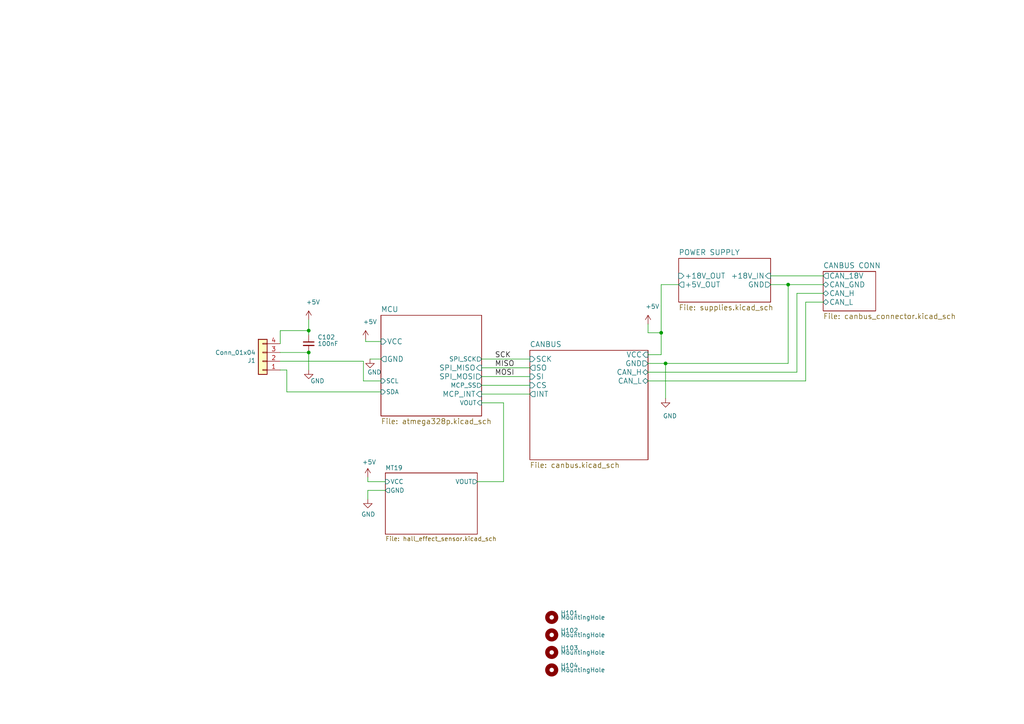
<source format=kicad_sch>
(kicad_sch (version 20231120) (generator "eeschema") (generator_version "8.0")
  (paper "A4")
  (lib_symbols
    (symbol "Connector_Generic:Conn_01x04" (pin_names (offset 1.016) hide)
      (property "Reference" "J" (at 0 5.08 0))
      (property "Value" "Conn_01x04" (at 0 -7.62 0))
      (symbol "Conn_01x04_1_1"
        (rectangle (start -1.27 -4.953) (end 0 -5.207) (stroke (width 0.1524)))
        (rectangle (start -1.27 -2.413) (end 0 -2.667) (stroke (width 0.1524)))
        (rectangle (start -1.27 0.127) (end 0 -0.127) (stroke (width 0.1524)))
        (rectangle (start -1.27 2.667) (end 0 2.413) (stroke (width 0.1524)))
        (rectangle (start -1.27 3.81) (end 1.27 -6.35) (stroke (width 0.254)) (fill (type background)))
        (pin passive line (at -5.08 2.54 0) (length 3.81) (name "Pin_1") (number "1"))
        (pin passive line (at -5.08 0 0) (length 3.81) (name "Pin_2") (number "2"))
        (pin passive line (at -5.08 -2.54 0) (length 3.81) (name "Pin_3") (number "3"))
        (pin passive line (at -5.08 -5.08 0) (length 3.81) (name "Pin_4") (number "4"))
      )
    )
    (symbol "Device:C_Small" (pin_numbers hide) (pin_names (offset 0.254) hide)
      (property "Reference" "C" (at 0.254 1.778 0))
      (property "Value" "C_Small" (at 0.254 -2.032 0))
      (symbol "C_Small_0_1"
        (polyline (pts (xy -1.524 -0.508) (xy 1.524 -0.508)) (stroke (width 0.3302)))
        (polyline (pts (xy -1.524 0.508) (xy 1.524 0.508)) (stroke (width 0.3048)))
      )
      (symbol "C_Small_1_1"
        (pin passive line (at 0 2.54 270) (length 2.032) (name "~") (number "1"))
        (pin passive line (at 0 -2.54 90) (length 2.032) (name "~") (number "2"))
      )
    )
    (symbol "basicsensormodule-rescue:+5V-power" (power) (pin_names (offset 0))
      (property "Value" "power_+5V" (at 0 3.556 0))
      (symbol "+5V-power_0_1"
        (polyline (pts (xy -0.762 1.27) (xy 0 2.54)))
        (polyline (pts (xy 0 0) (xy 0 2.54)))
        (polyline (pts (xy 0 2.54) (xy 0.762 1.27)))
      )
      (symbol "+5V-power_1_1"
        (pin power_in line (at 0 0 90) (length 0) hide (name "+5V") (number "1"))
      )
    )
    (symbol "basicsensormodule-rescue:GND-power" (power) (pin_names (offset 0))
      (property "Value" "power_GND" (at 0 -3.81 0))
      (symbol "GND-power_0_1"
        (polyline (pts (xy 0 0) (xy 0 -1.27) (xy 1.27 -1.27) (xy 0 -2.54) (xy -1.27 -1.27) (xy 0 -1.27)))
      )
      (symbol "GND-power_1_1"
        (pin power_in line (at 0 0 270) (length 0) hide (name "GND") (number "1"))
      )
    )
    (symbol "basicsensormodule-rescue:MountingHole-Mechanical" (pin_names (offset 1.016))
      (property "Reference" "H" (at 0 5.08 0))
      (property "Value" "MountingHole-Mechanical" (at 0 3.175 0))
      (symbol "MountingHole-Mechanical_0_1"
        (circle (center 0 0) (radius 1.27) (stroke (width 1.27)))
      )
    )
  )
  (junction (at 193.04 105.41))
  (junction (at 89.535 102.235))
  (junction (at 191.77 96.52))
  (junction (at 89.535 95.885))
  (junction (at 228.6 82.55))
  (wire (pts (xy 187.96 110.49) (xy 233.68 110.49)))
  (wire (pts (xy 111.76 142.24) (xy 106.68 142.24)))
  (wire (pts (xy 231.14 107.95) (xy 187.96 107.95)))
  (wire (pts (xy 107.315 104.14) (xy 110.49 104.14)))
  (wire (pts (xy 153.67 111.76) (xy 139.7 111.76)))
  (wire (pts (xy 238.76 85.09) (xy 231.14 85.09)))
  (wire (pts (xy 193.04 105.41) (xy 193.04 115.57)))
  (wire (pts (xy 89.535 95.885) (xy 89.535 97.155)))
  (wire (pts (xy 146.05 139.7) (xy 138.43 139.7)))
  (wire (pts (xy 83.185 107.315) (xy 81.28 107.315)))
  (wire (pts (xy 228.6 82.55) (xy 228.6 105.41)))
  (wire (pts (xy 228.6 82.55) (xy 238.76 82.55)))
  (wire (pts (xy 139.7 109.22) (xy 153.67 109.22)))
  (wire (pts (xy 83.185 113.665) (xy 110.49 113.665)))
  (wire (pts (xy 83.185 113.665) (xy 83.185 107.315)))
  (wire (pts (xy 81.28 95.885) (xy 81.28 99.695)))
  (wire (pts (xy 153.67 114.3) (xy 139.7 114.3)))
  (wire (pts (xy 233.68 87.63) (xy 238.76 87.63)))
  (wire (pts (xy 81.28 95.885) (xy 89.535 95.885)))
  (wire (pts (xy 81.28 104.775) (xy 105.41 104.775)))
  (wire (pts (xy 187.96 93.98) (xy 187.96 96.52)))
  (wire (pts (xy 105.41 104.775) (xy 105.41 110.49)))
  (wire (pts (xy 153.67 104.14) (xy 139.7 104.14)))
  (wire (pts (xy 110.49 99.06) (xy 106.045 99.06)))
  (wire (pts (xy 191.77 102.87) (xy 187.96 102.87)))
  (wire (pts (xy 193.04 105.41) (xy 187.96 105.41)))
  (wire (pts (xy 228.6 105.41) (xy 193.04 105.41)))
  (wire (pts (xy 187.96 96.52) (xy 191.77 96.52)))
  (wire (pts (xy 191.77 96.52) (xy 191.77 102.87)))
  (wire (pts (xy 153.67 106.68) (xy 139.7 106.68)))
  (wire (pts (xy 106.68 139.7) (xy 106.68 138.43)))
  (wire (pts (xy 111.76 139.7) (xy 106.68 139.7)))
  (wire (pts (xy 146.05 116.84) (xy 146.05 139.7)))
  (wire (pts (xy 223.52 82.55) (xy 228.6 82.55)))
  (wire (pts (xy 196.85 82.55) (xy 191.77 82.55)))
  (wire (pts (xy 238.76 80.01) (xy 223.52 80.01)))
  (wire (pts (xy 231.14 85.09) (xy 231.14 107.95)))
  (wire (pts (xy 106.68 142.24) (xy 106.68 144.78)))
  (wire (pts (xy 81.28 102.235) (xy 89.535 102.235)))
  (wire (pts (xy 139.7 116.84) (xy 146.05 116.84)))
  (wire (pts (xy 89.535 107.315) (xy 89.535 102.235)))
  (wire (pts (xy 106.045 99.06) (xy 106.045 98.425)))
  (wire (pts (xy 105.41 110.49) (xy 110.49 110.49)))
  (wire (pts (xy 89.535 92.71) (xy 89.535 95.885)))
  (wire (pts (xy 233.68 110.49) (xy 233.68 87.63)))
  (wire (pts (xy 191.77 82.55) (xy 191.77 96.52)))
  (label "MOSI" (at 143.51 109.22 0) (effects (font (size 1.524 1.524))))
  (label "SCK" (at 143.51 104.14 0) (effects (font (size 1.524 1.524))))
  (label "MISO" (at 143.51 106.68 0) (effects (font (size 1.524 1.524))))
  (symbol (lib_id "Device:C_Small") (at 89.535 99.695 0) (unit 1)
    (property "Reference" "C102" (at 92.075 97.79 0) (effects (justify left)))
    (property "Value" "100nF" (at 92.075 99.695 0) (effects (justify left)))
    (property "Footprint" "Capacitor_SMD:C_0805_2012Metric_Pad1.15x1.40mm_HandSolder" (effects (hide yes)))
  )
  (symbol (lib_id "basicsensormodule-rescue:GND-power") (at 89.535 107.315 0) (unit 1)
    (property "Reference" "#PWR0101" (effects (hide yes)))
    (property "Value" "GND" (at 92.075 110.49 0))
  )
  (symbol (lib_id "basicsensormodule-rescue:GND-power") (at 193.04 115.57 0) (unit 1)
    (property "Reference" "#PWR0103" (effects (hide yes)))
    (property "Value" "GND" (at 194.31 120.65 0))
  )
  (symbol (lib_id "basicsensormodule-rescue:+5V-power") (at 89.535 92.71 0) (unit 1)
    (property "Reference" "#PWR0104" (effects (hide yes)))
    (property "Value" "+5V" (at 90.805 87.63 0))
  )
  (symbol (lib_id "basicsensormodule-rescue:+5V-power") (at 187.96 93.98 0) (unit 1)
    (property "Reference" "#PWR0105" (effects (hide yes)))
    (property "Value" "+5V" (at 189.23 88.9 0))
  )
  (symbol (lib_id "basicsensormodule-rescue:MountingHole-Mechanical") (at 160.02 194.31 0) (unit 1)
    (property "Reference" "H104" (at 162.56 193.04 0) (effects (justify left)))
    (property "Value" "MountingHole" (at 162.56 194.31 0) (effects (justify left)))
    (property "Footprint" "MountingHole:MountingHole_3.2mm_M3" (effects (hide yes)))
  )
  (symbol (lib_id "basicsensormodule-rescue:MountingHole-Mechanical") (at 160.02 189.23 0) (unit 1)
    (property "Reference" "H103" (at 162.56 187.96 0) (effects (justify left)))
    (property "Value" "MountingHole" (at 162.56 189.23 0) (effects (justify left)))
    (property "Footprint" "MountingHole:MountingHole_3.2mm_M3" (effects (hide yes)))
  )
  (symbol (lib_id "basicsensormodule-rescue:MountingHole-Mechanical") (at 160.02 184.15 0) (unit 1)
    (property "Reference" "H102" (at 162.56 182.88 0) (effects (justify left)))
    (property "Value" "MountingHole" (at 162.56 184.15 0) (effects (justify left)))
    (property "Footprint" "MountingHole:MountingHole_3.2mm_M3" (effects (hide yes)))
  )
  (symbol (lib_id "basicsensormodule-rescue:MountingHole-Mechanical") (at 160.02 179.07 0) (unit 1)
    (property "Reference" "H101" (at 162.56 177.8 0) (effects (justify left)))
    (property "Value" "MountingHole" (at 162.56 179.07 0) (effects (justify left)))
    (property "Footprint" "MountingHole:MountingHole_3.2mm_M3" (effects (hide yes)))
  )
  (symbol (lib_id "basicsensormodule-rescue:+5V-power") (at 106.045 98.425 0) (unit 1)
    (property "Reference" "#PWR0102" (effects (hide yes)))
    (property "Value" "+5V" (at 107.315 93.345 0))
  )
  (symbol (lib_id "basicsensormodule-rescue:GND-power") (at 107.315 104.14 0) (unit 1)
    (property "Reference" "#PWR0106" (effects (hide yes)))
    (property "Value" "GND" (at 108.585 107.95 0))
  )
  (symbol (lib_id "Connector_Generic:Conn_01x04") (at 76.2 104.775 180) (unit 1)
    (property "Reference" "J1" (at 74.168 104.5718 0) (effects (justify left)))
    (property "Value" "Conn_01x04" (at 74.168 102.2604 0) (effects (justify left)))
    (property "Footprint" "Connector_PinHeader_2.54mm:PinHeader_1x04_P2.54mm_Vertical" (effects (hide yes)))
  )
  (symbol (lib_id "basicsensormodule-rescue:GND-power") (at 106.68 144.78 0) (unit 1)
    (property "Reference" "#PWR0108" (effects (hide yes)))
    (property "Value" "GND" (at 106.807 149.1742 0))
  )
  (symbol (lib_id "basicsensormodule-rescue:+5V-power") (at 106.68 138.43 0) (unit 1)
    (property "Reference" "#PWR0109" (effects (hide yes)))
    (property "Value" "+5V" (at 107.061 134.0358 0))
  )
  (sheet (at 153.67 101.6) (size 34.29 31.75)
    (property "Sheetname" "CANBUS" (at 153.67 100.7614 0) (effects (font (size 1.524 1.524)) (justify left bottom)))
    (property "Sheetfile" "canbus.kicad_sch" (at 153.67 134.0362 0) (effects (font (size 1.524 1.524)) (justify left top)))
    (pin "SI" input (at 153.67 109.22 180) (effects (font (size 1.524 1.524))))
    (pin "SO" output (at 153.67 106.68 180) (effects (font (size 1.524 1.524))))
    (pin "CS" input (at 153.67 111.76 180) (effects (font (size 1.524 1.524))))
    (pin "SCK" input (at 153.67 104.14 180) (effects (font (size 1.524 1.524))))
    (pin "INT" output (at 153.67 114.3 180) (effects (font (size 1.524 1.524))))
    (pin "GND" output (at 187.96 105.41 0) (effects (font (size 1.524 1.524))))
    (pin "VCC" input (at 187.96 102.87 0) (effects (font (size 1.524 1.524))))
    (pin "CAN_H" bidirectional (at 187.96 107.95 0) (effects (font (size 1.524 1.524))))
    (pin "CAN_L" bidirectional (at 187.96 110.49 0) (effects (font (size 1.524 1.524))))
  )
  (sheet (at 110.49 91.44) (size 29.21 29.21)
    (property "Sheetname" "MCU" (at 110.49 90.6014 0) (effects (font (size 1.524 1.524)) (justify left bottom)))
    (property "Sheetfile" "atmega328p.kicad_sch" (at 110.49 121.3362 0) (effects (font (size 1.524 1.524)) (justify left top)))
    (pin "SPI_MISO" input (at 139.7 106.68 0) (effects (font (size 1.524 1.524))))
    (pin "SPI_MOSI" output (at 139.7 109.22 0) (effects (font (size 1.524 1.524))))
    (pin "MCP_INT" input (at 139.7 114.3 0) (effects (font (size 1.524 1.524))))
    (pin "VCC" input (at 110.49 99.06 180) (effects (font (size 1.524 1.524))))
    (pin "GND" output (at 110.49 104.14 180) (effects (font (size 1.524 1.524))))
    (pin "SPI_SCK" output (at 139.7 104.14 0))
    (pin "MCP_SS" output (at 139.7 111.76 0))
    (pin "SCL" input (at 110.49 110.49 180))
    (pin "SDA" input (at 110.49 113.665 180))
    (pin "VOUT" input (at 139.7 116.84 0))
  )
  (sheet (at 196.85 74.93) (size 26.67 12.7)
    (property "Sheetname" "POWER SUPPLY" (at 196.85 74.0914 0) (effects (font (size 1.524 1.524)) (justify left bottom)))
    (property "Sheetfile" "supplies.kicad_sch" (at 196.85 88.3162 0) (effects (font (size 1.524 1.524)) (justify left top)))
    (pin "GND" output (at 223.52 82.55 0) (effects (font (size 1.524 1.524))))
    (pin "+5V_OUT" output (at 196.85 82.55 180) (effects (font (size 1.524 1.524))))
    (pin "+18V_IN" input (at 223.52 80.01 0) (effects (font (size 1.524 1.524))))
    (pin "+18V_OUT" input (at 196.85 80.01 180) (effects (font (size 1.524 1.524))))
  )
  (sheet (at 238.76 78.74) (size 15.24 11.43)
    (property "Sheetname" "CANBUS CONN" (at 238.76 77.9014 0) (effects (font (size 1.524 1.524)) (justify left bottom)))
    (property "Sheetfile" "canbus_connector.kicad_sch" (at 238.76 90.8562 0) (effects (font (size 1.524 1.524)) (justify left top)))
    (pin "CAN_H" bidirectional (at 238.76 85.09 180) (effects (font (size 1.524 1.524))))
    (pin "CAN_L" bidirectional (at 238.76 87.63 180) (effects (font (size 1.524 1.524))))
    (pin "CAN_18V" output (at 238.76 80.01 180) (effects (font (size 1.524 1.524))))
    (pin "CAN_GND" bidirectional (at 238.76 82.55 180) (effects (font (size 1.524 1.524))))
  )
  (sheet (at 111.76 137.16) (size 26.67 17.78)
    (property "Sheetname" "MT19" (at 111.76 136.4484 0) (effects (justify left bottom)))
    (property "Sheetfile" "hall_effect_sensor.kicad_sch" (at 111.76 155.5246 0) (effects (justify left top)))
    (pin "VCC" input (at 111.76 139.7 180))
    (pin "GND" output (at 111.76 142.24 180))
    (pin "VOUT" output (at 138.43 139.7 0))
  )
)
</source>
